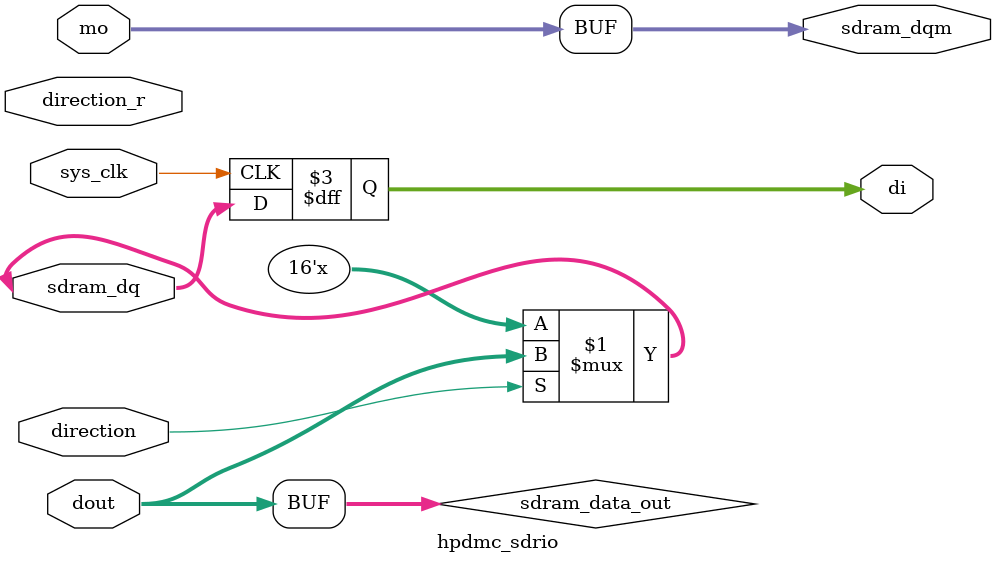
<source format=v>

/*
 * Milkymist VJ SoC
 * Copyright (C) 2010  Zeus Gomez Marmolejo <zeus@aluzina.org>
 *
 * This program is free software: you can redistribute it and/or modify
 * it under the terms of the GNU General Public License as published by
 * the Free Software Foundation, version 3 of the License.
 *
 * This program is distributed in the hope that it will be useful,
 * but WITHOUT ANY WARRANTY; without even the implied warranty of
 * MERCHANTABILITY or FITNESS FOR A PARTICULAR PURPOSE.  See the
 * GNU General Public License for more details.
 *
 * You should have received a copy of the GNU General Public License
 * along with this program.  If not, see <http://www.gnu.org/licenses/>.
 */

module hpdmc_sdrio(
	input             sys_clk,
	
	input             direction,
	input             direction_r,
	input      [ 1:0] mo,
	input      [15:0] dout,
	output reg [15:0] di,
	
	output     [ 1:0] sdram_dqm,
	inout      [15:0] sdram_dq
);

wire [15:0] sdram_data_out;
assign sdram_dq = direction ? sdram_data_out : 16'hzzzz;

/*
 * In this case, without DDR primitives and delays, this block
 * is extremely simple
 */
assign sdram_dqm      = mo;
assign sdram_data_out = dout;

 // Behaviour
 always @(posedge sys_clk) di <= sdram_dq;

endmodule

</source>
